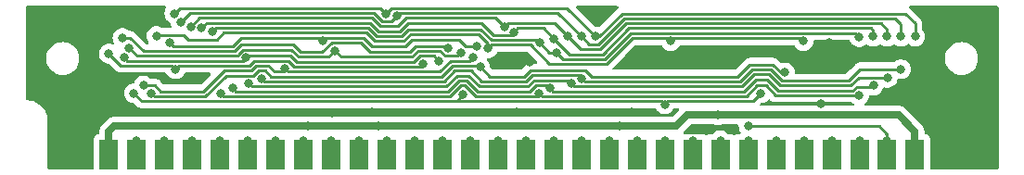
<source format=gbr>
%TF.GenerationSoftware,KiCad,Pcbnew,8.0.6*%
%TF.CreationDate,2024-11-18T20:07:02+11:00*%
%TF.ProjectId,simms,73696d6d-732e-46b6-9963-61645f706362,rev?*%
%TF.SameCoordinates,Original*%
%TF.FileFunction,Copper,L2,Bot*%
%TF.FilePolarity,Positive*%
%FSLAX46Y46*%
G04 Gerber Fmt 4.6, Leading zero omitted, Abs format (unit mm)*
G04 Created by KiCad (PCBNEW 8.0.6) date 2024-11-18 20:07:02*
%MOMM*%
%LPD*%
G01*
G04 APERTURE LIST*
%TA.AperFunction,SMDPad,CuDef*%
%ADD10R,1.750000X2.750000*%
%TD*%
%TA.AperFunction,ViaPad*%
%ADD11C,0.800000*%
%TD*%
%TA.AperFunction,Conductor*%
%ADD12C,0.700000*%
%TD*%
%TA.AperFunction,Conductor*%
%ADD13C,0.250000*%
%TD*%
G04 APERTURE END LIST*
D10*
%TO.P,J1,1,Pin_1*%
%TO.N,VCC*%
X97596000Y-89800000D03*
%TO.P,J1,2,Pin_2*%
%TO.N,/~{CAS}*%
X100133931Y-89800000D03*
%TO.P,J1,3,Pin_3*%
%TO.N,/DQ0*%
X102671862Y-89800000D03*
%TO.P,J1,4,Pin_4*%
%TO.N,/A0*%
X105209793Y-89800000D03*
%TO.P,J1,5,Pin_5*%
%TO.N,/A1*%
X107747724Y-89800000D03*
%TO.P,J1,6,Pin_6*%
%TO.N,/DQ1*%
X110285655Y-89800000D03*
%TO.P,J1,7,Pin_7*%
%TO.N,/A2*%
X112823586Y-89800000D03*
%TO.P,J1,8,Pin_8*%
%TO.N,/A3*%
X115361517Y-89800000D03*
%TO.P,J1,9,Pin_9*%
%TO.N,GND*%
X117899448Y-89800000D03*
%TO.P,J1,10,Pin_10*%
%TO.N,/DQ2*%
X120437379Y-89800000D03*
%TO.P,J1,11,Pin_11*%
%TO.N,/A4*%
X122975310Y-89800000D03*
%TO.P,J1,12,Pin_12*%
%TO.N,/A5*%
X125513241Y-89800000D03*
%TO.P,J1,13,Pin_13*%
%TO.N,/DQ3*%
X128051172Y-89800000D03*
%TO.P,J1,14,Pin_14*%
%TO.N,/A6*%
X130589103Y-89800000D03*
%TO.P,J1,15,Pin_15*%
%TO.N,/A7*%
X133127034Y-89800000D03*
%TO.P,J1,16,Pin_16*%
%TO.N,/DQ4*%
X135664965Y-89800000D03*
%TO.P,J1,17,Pin_17*%
%TO.N,/A8*%
X138202896Y-89800000D03*
%TO.P,J1,18,Pin_18*%
%TO.N,/CA9*%
X140740827Y-89800000D03*
%TO.P,J1,19,Pin_19*%
%TO.N,/A10*%
X143278758Y-89800000D03*
%TO.P,J1,20,Pin_20*%
%TO.N,/DQ5*%
X145816689Y-89800000D03*
%TO.P,J1,21,Pin_21*%
%TO.N,/~{WE}*%
X148354620Y-89800000D03*
%TO.P,J1,22,Pin_22*%
%TO.N,GND*%
X150892551Y-89800000D03*
%TO.P,J1,23,Pin_23*%
%TO.N,/DQ6*%
X153430482Y-89800000D03*
%TO.P,J1,24,Pin_24*%
%TO.N,/A11*%
X155968413Y-89800000D03*
%TO.P,J1,25,Pin_25*%
%TO.N,/DQ7*%
X158506344Y-89800000D03*
%TO.P,J1,26,Pin_26*%
%TO.N,/QP*%
X161044275Y-89800000D03*
%TO.P,J1,27,Pin_27*%
%TO.N,/~{RAS}*%
X163582206Y-89800000D03*
%TO.P,J1,28,Pin_28*%
%TO.N,/~{CASP}*%
X166120137Y-89800000D03*
%TO.P,J1,29,Pin_29*%
%TO.N,/DP*%
X168658068Y-89800000D03*
%TO.P,J1,30,Pin_30*%
%TO.N,VCC*%
X171196000Y-89800000D03*
%TD*%
D11*
%TO.N,VCC*%
X122200000Y-87200000D03*
X115800000Y-87200000D03*
X171196000Y-88500000D03*
X97596000Y-88500000D03*
X153200000Y-86200000D03*
X144200000Y-87200000D03*
%TO.N,GND*%
X151350000Y-87450000D03*
X150892551Y-88500000D03*
X162600000Y-85122500D03*
X97000000Y-79300000D03*
X117899448Y-88500000D03*
X145300000Y-85900000D03*
X94100000Y-89500000D03*
X155900000Y-80400000D03*
X134800000Y-85900000D03*
X163400000Y-79600000D03*
X118000000Y-86000000D03*
X121600000Y-85928602D03*
X143000000Y-77000000D03*
X171400000Y-83500000D03*
X136000000Y-81300000D03*
X161800000Y-81600000D03*
X166700000Y-80600000D03*
%TO.N,/~{CAS}*%
X100133931Y-88500000D03*
X130869697Y-80886831D03*
X100781000Y-83500000D03*
X113700000Y-81948500D03*
%TO.N,/DQ0*%
X103700000Y-82000000D03*
X102671862Y-88500000D03*
X126306173Y-81498500D03*
X97600000Y-80575500D03*
%TO.N,/A0*%
X107800000Y-84198000D03*
X166100000Y-84398000D03*
X105209793Y-88500000D03*
X136900000Y-84198000D03*
%TO.N,/A1*%
X108946500Y-83748500D03*
X137900000Y-83747500D03*
X167400000Y-83498000D03*
X107747724Y-88500000D03*
%TO.N,/DQ1*%
X99007549Y-80948503D03*
X110143449Y-80948356D03*
X110285655Y-88500000D03*
X127755673Y-81262576D03*
%TO.N,/A2*%
X168700000Y-82798000D03*
X139787936Y-83274500D03*
X112823586Y-88500000D03*
X110395500Y-83298500D03*
%TO.N,/A3*%
X111566000Y-82848500D03*
X115361517Y-88500000D03*
X140789206Y-82825388D03*
X169900000Y-81998000D03*
%TO.N,/DQ2*%
X118224952Y-80299452D03*
X129713631Y-80498500D03*
X99477798Y-80066533D03*
X120437379Y-88500000D03*
%TO.N,/A4*%
X122975310Y-88500000D03*
X142000000Y-79000000D03*
X103600000Y-76900000D03*
X171200000Y-79000000D03*
X122900000Y-76900000D03*
%TO.N,/A5*%
X169900000Y-79000000D03*
X123893389Y-77124500D03*
X140746000Y-79000000D03*
X104154424Y-77731637D03*
X125513241Y-88500000D03*
%TO.N,/DQ3*%
X128051172Y-88500000D03*
X128591500Y-80048500D03*
X98861241Y-79126009D03*
%TO.N,/A6*%
X133700000Y-78149500D03*
X105080679Y-78107214D03*
X139476000Y-79000000D03*
X168656000Y-79000000D03*
X130589103Y-88500000D03*
%TO.N,/A7*%
X134600000Y-78600500D03*
X106075491Y-78203936D03*
X133127034Y-88500000D03*
X138206000Y-79200000D03*
X167386000Y-79000000D03*
%TO.N,/DQ4*%
X135664965Y-88500000D03*
%TO.N,/A8*%
X107033092Y-78575500D03*
X166100000Y-79074500D03*
X138440701Y-80459299D03*
X136936000Y-79600000D03*
X138202896Y-88500000D03*
%TO.N,/A9*%
X148900000Y-79424500D03*
X101962572Y-78957819D03*
X132227034Y-80066943D03*
X161000000Y-79424500D03*
%TO.N,/A10*%
X143278758Y-88500000D03*
%TO.N,/DQ5*%
X145816689Y-88500000D03*
%TO.N,/~{WE}*%
X99900000Y-84198000D03*
X148354620Y-85197500D03*
X157126500Y-84198000D03*
X129912638Y-84346635D03*
X148354620Y-88500000D03*
%TO.N,/DQ6*%
X153430482Y-88500000D03*
%TO.N,/A11*%
X155968413Y-88500000D03*
%TO.N,/DQ7*%
X158506344Y-88500000D03*
%TO.N,/QP*%
X161044275Y-88500000D03*
%TO.N,/~{RAS}*%
X163582206Y-88500000D03*
X101505500Y-84198500D03*
X159326669Y-82296831D03*
X131502534Y-81800000D03*
%TO.N,/~{CASP}*%
X166120137Y-88500000D03*
%TO.N,/DP*%
X168658068Y-88500000D03*
X156000000Y-87198000D03*
%TO.N,/~{OE}*%
X131199031Y-79943145D03*
X103200000Y-79598503D03*
X117100000Y-79374500D03*
%TO.N,/CA9*%
X140740827Y-88500000D03*
%TD*%
D12*
%TO.N,VCC*%
X153200000Y-86200000D02*
X169700000Y-86200000D01*
X169700000Y-86200000D02*
X171196000Y-87696000D01*
X171196000Y-87696000D02*
X171196000Y-88500000D01*
X98100000Y-87200000D02*
X97596000Y-87704000D01*
X149400000Y-87200000D02*
X150400000Y-86200000D01*
X115800000Y-87200000D02*
X98100000Y-87200000D01*
X115800000Y-87200000D02*
X124000000Y-87200000D01*
X150400000Y-86200000D02*
X153200000Y-86200000D01*
X97596000Y-87704000D02*
X97596000Y-88500000D01*
X124000000Y-87200000D02*
X149400000Y-87200000D01*
D13*
%TO.N,/~{CAS}*%
X114300000Y-82223000D02*
X127828988Y-82223000D01*
X101805805Y-83473500D02*
X102355305Y-84023000D01*
X108140104Y-82123500D02*
X110629299Y-82123500D01*
X110629299Y-82123500D02*
X111079299Y-81673500D01*
X130533528Y-81223000D02*
X130000000Y-81223000D01*
X128828988Y-81223000D02*
X130000000Y-81223000D01*
X112700000Y-82223000D02*
X113000000Y-82223000D01*
X102355305Y-84023000D02*
X106240604Y-84023000D01*
X114300000Y-82223000D02*
X113974500Y-82223000D01*
X130869697Y-80886831D02*
X130533528Y-81223000D01*
X111079299Y-81673500D02*
X112150500Y-81673500D01*
X106240604Y-84023000D02*
X108140104Y-82123500D01*
X113425500Y-82223000D02*
X113700000Y-81948500D01*
X100807500Y-83473500D02*
X101805805Y-83473500D01*
X113974500Y-82223000D02*
X113700000Y-81948500D01*
X100781000Y-83500000D02*
X100807500Y-83473500D01*
X112150500Y-81673500D02*
X112700000Y-82223000D01*
X130000000Y-81223000D02*
X130623000Y-81223000D01*
X113000000Y-82223000D02*
X113425500Y-82223000D01*
X127828988Y-82223000D02*
X128828988Y-81223000D01*
%TO.N,/DQ0*%
X110892903Y-81223500D02*
X114000305Y-81223500D01*
X110443400Y-81673003D02*
X110892903Y-81223500D01*
X104026997Y-81673003D02*
X110443400Y-81673003D01*
X103700000Y-82000000D02*
X103373003Y-81673003D01*
X103373003Y-81673003D02*
X98697503Y-81673003D01*
X103700000Y-82000000D02*
X104026997Y-81673003D01*
X98697503Y-81673003D02*
X97600000Y-80575500D01*
X114549805Y-81773000D02*
X126031673Y-81773000D01*
X114000305Y-81223500D02*
X114549805Y-81773000D01*
X126031673Y-81773000D02*
X126306173Y-81498500D01*
%TO.N,/A0*%
X136625000Y-84473000D02*
X136900000Y-84198000D01*
X137175000Y-84473000D02*
X155799792Y-84473000D01*
X107800000Y-84198000D02*
X108075000Y-84473000D01*
X108075000Y-84473000D02*
X128760968Y-84473000D01*
X128760968Y-84473000D02*
X129760968Y-83473000D01*
X158494052Y-84398000D02*
X166100000Y-84398000D01*
X129760968Y-83473000D02*
X130095007Y-83473000D01*
X157569052Y-83473000D02*
X158494052Y-84398000D01*
X136900000Y-84198000D02*
X137175000Y-84473000D01*
X156799792Y-83473000D02*
X157569052Y-83473000D01*
X155799792Y-84473000D02*
X156799792Y-83473000D01*
X130095007Y-83473000D02*
X131095007Y-84473000D01*
X131095007Y-84473000D02*
X136625000Y-84473000D01*
%TO.N,/A1*%
X165872695Y-83600000D02*
X167298000Y-83600000D01*
X156711896Y-82924500D02*
X157656948Y-82924500D01*
X167298000Y-83600000D02*
X167400000Y-83498000D01*
X130281403Y-83023000D02*
X129574572Y-83023000D01*
X131281403Y-84023000D02*
X130281403Y-83023000D01*
X137625500Y-83473000D02*
X136599695Y-83473000D01*
X136599695Y-83473000D02*
X136049695Y-84023000D01*
X109221000Y-84023000D02*
X108946500Y-83748500D01*
X165524695Y-83948000D02*
X165872695Y-83600000D01*
X137900000Y-83747500D02*
X138175500Y-84023000D01*
X128574572Y-84023000D02*
X109221000Y-84023000D01*
X155613396Y-84023000D02*
X156711896Y-82924500D01*
X138175500Y-84023000D02*
X155613396Y-84023000D01*
X157656948Y-82924500D02*
X158680448Y-83948000D01*
X136049695Y-84023000D02*
X131281403Y-84023000D01*
X158680448Y-83948000D02*
X165524695Y-83948000D01*
X137900000Y-83747500D02*
X137625500Y-83473000D01*
X129574572Y-83023000D02*
X128574572Y-84023000D01*
%TO.N,/DQ1*%
X125456368Y-81323000D02*
X114736201Y-81323000D01*
X109868802Y-81223003D02*
X110143449Y-80948356D01*
X99007549Y-80948503D02*
X99282049Y-81223003D01*
X110318305Y-80773500D02*
X110143449Y-80948356D01*
X99282049Y-81223003D02*
X109868802Y-81223003D01*
X127755673Y-81262576D02*
X127266597Y-80773500D01*
X126005868Y-80773500D02*
X125456368Y-81323000D01*
X114186701Y-80773500D02*
X110318305Y-80773500D01*
X127266597Y-80773500D02*
X126005868Y-80773500D01*
X114736201Y-81323000D02*
X114186701Y-80773500D01*
%TO.N,/A2*%
X155427000Y-83573000D02*
X156525500Y-82474500D01*
X156525500Y-82474500D02*
X157843344Y-82474500D01*
X139787936Y-83274500D02*
X140086436Y-83573000D01*
X168675000Y-82773000D02*
X168700000Y-82798000D01*
X139787936Y-83274500D02*
X139536436Y-83023000D01*
X166063299Y-82773000D02*
X168675000Y-82773000D01*
X128388176Y-83573000D02*
X110670000Y-83573000D01*
X129388176Y-82573000D02*
X128388176Y-83573000D01*
X130467799Y-82573000D02*
X129388176Y-82573000D01*
X158866844Y-83498000D02*
X165338299Y-83498000D01*
X140086436Y-83573000D02*
X155427000Y-83573000D01*
X135863299Y-83573000D02*
X131467799Y-83573000D01*
X131467799Y-83573000D02*
X130467799Y-82573000D01*
X139536436Y-83023000D02*
X136413299Y-83023000D01*
X110670000Y-83573000D02*
X110395500Y-83298500D01*
X165338299Y-83498000D02*
X166063299Y-82773000D01*
X136413299Y-83023000D02*
X135863299Y-83573000D01*
X157843344Y-82474500D02*
X158866844Y-83498000D01*
%TO.N,/A3*%
X141086818Y-83123000D02*
X155240604Y-83123000D01*
X155240604Y-83123000D02*
X156339104Y-82024500D01*
X165151903Y-83048000D02*
X166201903Y-81998000D01*
X135676903Y-83123000D02*
X131654195Y-83123000D01*
X156339104Y-82024500D02*
X158029740Y-82024500D01*
X136249903Y-82550000D02*
X135676903Y-83123000D01*
X159053240Y-83048000D02*
X165151903Y-83048000D01*
X128201780Y-83123000D02*
X111840500Y-83123000D01*
X140789206Y-82825388D02*
X140513818Y-82550000D01*
X131654195Y-83123000D02*
X130654195Y-82123000D01*
X111840500Y-83123000D02*
X111566000Y-82848500D01*
X140513818Y-82550000D02*
X136249903Y-82550000D01*
X140789206Y-82825388D02*
X141086818Y-83123000D01*
X166201903Y-81998000D02*
X169900000Y-81998000D01*
X158029740Y-82024500D02*
X159053240Y-83048000D01*
X129201780Y-82123000D02*
X128201780Y-83123000D01*
X130654195Y-82123000D02*
X129201780Y-82123000D01*
%TO.N,/DQ2*%
X125819472Y-80323500D02*
X127841902Y-80323500D01*
X128291402Y-80773000D02*
X129439131Y-80773000D01*
X109418449Y-80773003D02*
X100184268Y-80773003D01*
X118224952Y-80299452D02*
X118798500Y-80873000D01*
X109418449Y-80648051D02*
X109418449Y-80773003D01*
X114922597Y-80873000D02*
X114272953Y-80223356D01*
X118224952Y-80299452D02*
X117651404Y-80873000D01*
X127841902Y-80323500D02*
X128291402Y-80773000D01*
X118798500Y-80873000D02*
X125269972Y-80873000D01*
X129439131Y-80773000D02*
X129713631Y-80498500D01*
X100184268Y-80773003D02*
X99477798Y-80066533D01*
X109843144Y-80223356D02*
X109418449Y-80648051D01*
X114272953Y-80223356D02*
X109843144Y-80223356D01*
X117651404Y-80873000D02*
X114922597Y-80873000D01*
X125269972Y-80873000D02*
X125819472Y-80323500D01*
%TO.N,/A4*%
X171200000Y-79000000D02*
X171200000Y-77800000D01*
X122900000Y-76900000D02*
X123400000Y-76400000D01*
X139400000Y-76400000D02*
X142000000Y-79000000D01*
X142388909Y-79000000D02*
X142000000Y-79000000D01*
X122900000Y-76900000D02*
X122400000Y-76400000D01*
X170300000Y-76900000D02*
X144488909Y-76900000D01*
X171200000Y-77800000D02*
X170300000Y-76900000D01*
X104100000Y-76400000D02*
X103600000Y-76900000D01*
X123400000Y-76400000D02*
X139400000Y-76400000D01*
X122400000Y-76400000D02*
X104100000Y-76400000D01*
X144488909Y-76900000D02*
X142388909Y-79000000D01*
%TO.N,/A5*%
X144675305Y-77350000D02*
X169350000Y-77350000D01*
X141471000Y-79725000D02*
X142300305Y-79725000D01*
X105036061Y-76850000D02*
X104154424Y-77731637D01*
X169350000Y-77350000D02*
X169900000Y-77900000D01*
X123392889Y-77625000D02*
X122599695Y-77625000D01*
X123893389Y-77124500D02*
X123392889Y-77625000D01*
X123893389Y-77124500D02*
X124167889Y-76850000D01*
X142300305Y-79725000D02*
X144675305Y-77350000D01*
X122599695Y-77625000D02*
X121824695Y-76850000D01*
X124167889Y-76850000D02*
X138596000Y-76850000D01*
X121824695Y-76850000D02*
X105036061Y-76850000D01*
X169900000Y-77900000D02*
X169900000Y-79000000D01*
X138596000Y-76850000D02*
X140746000Y-79000000D01*
X140746000Y-79000000D02*
X141471000Y-79725000D01*
%TO.N,/DQ3*%
X125083576Y-80423000D02*
X121498306Y-80423000D01*
X125633076Y-79873500D02*
X125083576Y-80423000D01*
X99562579Y-79126009D02*
X98861241Y-79126009D01*
X117076805Y-80423000D02*
X115108993Y-80423000D01*
X114459349Y-79773356D02*
X109656748Y-79773356D01*
X109656748Y-79773356D02*
X109107101Y-80323003D01*
X121498306Y-80423000D02*
X120625306Y-79550000D01*
X109107101Y-80323003D02*
X100759573Y-80323003D01*
X117949806Y-79550000D02*
X117076805Y-80423000D01*
X115108993Y-80423000D02*
X114459349Y-79773356D01*
X128416500Y-79873500D02*
X125633076Y-79873500D01*
X100759573Y-80323003D02*
X99562579Y-79126009D01*
X128591500Y-80048500D02*
X128416500Y-79873500D01*
X120625306Y-79550000D02*
X117949806Y-79550000D01*
%TO.N,/A6*%
X124743194Y-77300000D02*
X123968193Y-78075000D01*
X168656000Y-78356000D02*
X168100000Y-77800000D01*
X123968193Y-78075000D02*
X122413299Y-78075000D01*
X138276000Y-77800000D02*
X139476000Y-79000000D01*
X144861701Y-77800000D02*
X142486701Y-80175000D01*
X133700000Y-78149500D02*
X134049500Y-77800000D01*
X140651000Y-80175000D02*
X139476000Y-79000000D01*
X122413299Y-78075000D02*
X121638299Y-77300000D01*
X133700000Y-78149500D02*
X132850500Y-77300000D01*
X134049500Y-77800000D02*
X138276000Y-77800000D01*
X132850500Y-77300000D02*
X124743194Y-77300000D01*
X168656000Y-79000000D02*
X168656000Y-78356000D01*
X121638299Y-77300000D02*
X105887893Y-77300000D01*
X142486701Y-80175000D02*
X140651000Y-80175000D01*
X105887893Y-77300000D02*
X105080679Y-78107214D01*
X168100000Y-77800000D02*
X144861701Y-77800000D01*
%TO.N,/A7*%
X106529427Y-77750000D02*
X121451903Y-77750000D01*
X139631000Y-80625000D02*
X138206000Y-79200000D01*
X134950500Y-78250000D02*
X137256000Y-78250000D01*
X167386000Y-79000000D02*
X167386000Y-78486000D01*
X134600000Y-78600500D02*
X134950500Y-78250000D01*
X142673097Y-80625000D02*
X139631000Y-80625000D01*
X122226903Y-78525000D02*
X124154590Y-78525000D01*
X124929590Y-77750000D02*
X131575195Y-77750000D01*
X167386000Y-78486000D02*
X167150000Y-78250000D01*
X134326000Y-78874500D02*
X134600000Y-78600500D01*
X106075491Y-78203936D02*
X106529427Y-77750000D01*
X121451903Y-77750000D02*
X122226903Y-78525000D01*
X132699695Y-78874500D02*
X134326000Y-78874500D01*
X167150000Y-78250000D02*
X145048097Y-78250000D01*
X131575195Y-77750000D02*
X132699695Y-78874500D01*
X124154590Y-78525000D02*
X124929590Y-77750000D01*
X137256000Y-78250000D02*
X138206000Y-79200000D01*
X145048097Y-78250000D02*
X142673097Y-80625000D01*
%TO.N,/A8*%
X122040507Y-78975000D02*
X124340986Y-78975000D01*
X137795299Y-80459299D02*
X136936000Y-79600000D01*
X138440701Y-80459299D02*
X139056402Y-81075000D01*
X131546791Y-78357993D02*
X132513798Y-79325000D01*
X142859493Y-81075000D02*
X145234493Y-78700000D01*
X165725500Y-78700000D02*
X166100000Y-79074500D01*
X124957993Y-78357993D02*
X131546791Y-78357993D01*
X124340986Y-78975000D02*
X124957993Y-78357993D01*
X138440701Y-80459299D02*
X137795299Y-80459299D01*
X132513798Y-79325000D02*
X136661000Y-79325000D01*
X145234493Y-78700000D02*
X165725500Y-78700000D01*
X107033092Y-78575500D02*
X107408592Y-78200000D01*
X107408592Y-78200000D02*
X121265507Y-78200000D01*
X136661000Y-79325000D02*
X136936000Y-79600000D01*
X121265507Y-78200000D02*
X122040507Y-78975000D01*
X139056402Y-81075000D02*
X142859493Y-81075000D01*
%TO.N,/A9*%
X131360395Y-78807993D02*
X125144389Y-78807993D01*
X124527382Y-79425000D02*
X121854111Y-79425000D01*
X125144389Y-78807993D02*
X124527382Y-79425000D01*
X143045888Y-81525000D02*
X144235444Y-80335444D01*
X102070391Y-78850000D02*
X101962572Y-78957819D01*
X137835695Y-81525000D02*
X141200000Y-81525000D01*
X132227034Y-80066943D02*
X132518977Y-79775000D01*
X148900000Y-79424500D02*
X149174500Y-79150000D01*
X132518977Y-79775000D02*
X136085696Y-79775000D01*
X104422389Y-78850000D02*
X102070391Y-78850000D01*
X148625500Y-79150000D02*
X148900000Y-79424500D01*
X104872889Y-79300500D02*
X104422389Y-78850000D01*
X132227034Y-80066943D02*
X132227034Y-79674632D01*
X144235444Y-80335444D02*
X145420889Y-79150000D01*
X121854111Y-79425000D02*
X121079111Y-78650000D01*
X108100000Y-78650000D02*
X107449500Y-79300500D01*
X132227034Y-79674632D02*
X131360395Y-78807993D01*
X141200000Y-81525000D02*
X143045888Y-81525000D01*
X149174500Y-79150000D02*
X160725500Y-79150000D01*
X148625500Y-79150000D02*
X145420889Y-79150000D01*
X107449500Y-79300500D02*
X104872889Y-79300500D01*
X160725500Y-79150000D02*
X161000000Y-79424500D01*
X136085696Y-79775000D02*
X137835695Y-81525000D01*
X121079111Y-78650000D02*
X108100000Y-78650000D01*
%TO.N,/~{WE}*%
X99900000Y-84198000D02*
X100625000Y-84923000D01*
X100625000Y-84923000D02*
X129400000Y-84923000D01*
X156401500Y-84923000D02*
X149400000Y-84923000D01*
X148354620Y-84968380D02*
X148400000Y-84923000D01*
X147600000Y-84923000D02*
X148080120Y-84923000D01*
X129912638Y-84346635D02*
X129400000Y-84859273D01*
X148629120Y-84923000D02*
X148354620Y-85197500D01*
X148080120Y-84923000D02*
X148354620Y-85197500D01*
X129400000Y-84859273D02*
X129400000Y-84923000D01*
X149400000Y-84923000D02*
X148629120Y-84923000D01*
X157126500Y-84198000D02*
X156401500Y-84923000D01*
X129400000Y-84923000D02*
X147600000Y-84923000D01*
%TO.N,/~{RAS}*%
X132375534Y-82673000D02*
X135490507Y-82673000D01*
X141100000Y-82100000D02*
X141673000Y-82673000D01*
X128015384Y-82673000D02*
X112415806Y-82673000D01*
X131375534Y-81673000D02*
X129015384Y-81673000D01*
X131502534Y-81800000D02*
X131375534Y-81673000D01*
X131502534Y-81800000D02*
X132375534Y-82673000D01*
X135490507Y-82673000D02*
X136063507Y-82100000D01*
X158216136Y-81574500D02*
X158938467Y-82296831D01*
X156125500Y-81574500D02*
X158216136Y-81574500D01*
X129015384Y-81673000D02*
X128015384Y-82673000D01*
X106427000Y-84473000D02*
X101780000Y-84473000D01*
X101780000Y-84473000D02*
X101505500Y-84198500D01*
X111265695Y-82123500D02*
X110815695Y-82573500D01*
X112415806Y-82673000D02*
X111866305Y-82123500D01*
X111866305Y-82123500D02*
X111265695Y-82123500D01*
X155027000Y-82673000D02*
X156125500Y-81574500D01*
X141673000Y-82673000D02*
X155027000Y-82673000D01*
X108326500Y-82573500D02*
X106427000Y-84473000D01*
X136063507Y-82100000D02*
X141100000Y-82100000D01*
X110815695Y-82573500D02*
X108326500Y-82573500D01*
X158938467Y-82296831D02*
X159326669Y-82296831D01*
%TO.N,/DP*%
X167900000Y-87198000D02*
X156000000Y-87198000D01*
X168658068Y-87956068D02*
X167900000Y-87198000D01*
X168658068Y-88500000D02*
X168658068Y-87956068D01*
%TO.N,/~{OE}*%
X121667715Y-79875000D02*
X120892715Y-79100000D01*
X130183581Y-79943145D02*
X129563936Y-79323500D01*
X124713778Y-79875000D02*
X121667715Y-79875000D01*
X108920705Y-79873003D02*
X109693708Y-79100000D01*
X109693708Y-79100000D02*
X116200000Y-79100000D01*
X116200000Y-79100000D02*
X116825500Y-79100000D01*
X129563936Y-79323500D02*
X125265278Y-79323500D01*
X103200000Y-79598503D02*
X103474500Y-79873003D01*
X116825500Y-79100000D02*
X117100000Y-79374500D01*
X117374500Y-79100000D02*
X117100000Y-79374500D01*
X120892715Y-79100000D02*
X117374500Y-79100000D01*
X125265278Y-79323500D02*
X124713778Y-79875000D01*
X131199031Y-79943145D02*
X130183581Y-79943145D01*
X103474500Y-79873003D02*
X108920705Y-79873003D01*
%TD*%
%TA.AperFunction,Conductor*%
%TO.N,GND*%
G36*
X102816602Y-76219685D02*
G01*
X102862357Y-76272489D01*
X102872301Y-76341647D01*
X102856950Y-76386000D01*
X102772821Y-76531715D01*
X102772818Y-76531722D01*
X102714327Y-76711740D01*
X102714326Y-76711744D01*
X102694540Y-76900000D01*
X102714326Y-77088256D01*
X102714327Y-77088259D01*
X102772818Y-77268277D01*
X102772821Y-77268284D01*
X102867467Y-77432216D01*
X102931846Y-77503716D01*
X102994129Y-77572888D01*
X103147265Y-77684148D01*
X103147267Y-77684149D01*
X103147270Y-77684151D01*
X103183319Y-77700201D01*
X103236555Y-77745452D01*
X103256203Y-77800518D01*
X103261503Y-77850949D01*
X103268750Y-77919893D01*
X103268751Y-77919896D01*
X103314983Y-78062182D01*
X103316978Y-78132023D01*
X103280898Y-78191856D01*
X103218197Y-78222684D01*
X103197052Y-78224500D01*
X102525557Y-78224500D01*
X102458518Y-78204815D01*
X102452672Y-78200818D01*
X102415306Y-78173670D01*
X102415301Y-78173667D01*
X102242379Y-78096676D01*
X102242374Y-78096674D01*
X102096573Y-78065684D01*
X102057218Y-78057319D01*
X101867926Y-78057319D01*
X101845047Y-78062182D01*
X101682769Y-78096674D01*
X101682764Y-78096676D01*
X101509842Y-78173667D01*
X101509837Y-78173670D01*
X101356701Y-78284930D01*
X101230038Y-78425604D01*
X101135393Y-78589534D01*
X101135390Y-78589541D01*
X101080744Y-78757725D01*
X101076898Y-78769563D01*
X101057112Y-78957819D01*
X101076898Y-79146075D01*
X101076899Y-79146078D01*
X101135390Y-79326096D01*
X101135393Y-79326103D01*
X101230036Y-79490031D01*
X101230037Y-79490033D01*
X101230039Y-79490035D01*
X101230484Y-79490529D01*
X101230651Y-79490878D01*
X101233857Y-79495290D01*
X101233050Y-79495876D01*
X101260715Y-79553518D01*
X101252092Y-79622854D01*
X101207353Y-79676521D01*
X101140701Y-79697480D01*
X101138336Y-79697503D01*
X101070025Y-79697503D01*
X101002986Y-79677818D01*
X100982344Y-79661184D01*
X100052777Y-78731617D01*
X100052757Y-78731595D01*
X99961315Y-78640153D01*
X99961311Y-78640150D01*
X99899326Y-78598733D01*
X99858865Y-78571697D01*
X99858866Y-78571697D01*
X99858864Y-78571696D01*
X99818618Y-78555026D01*
X99778371Y-78538356D01*
X99745031Y-78524546D01*
X99651525Y-78505947D01*
X99624186Y-78500509D01*
X99564989Y-78500509D01*
X99497950Y-78480824D01*
X99472841Y-78459483D01*
X99467114Y-78453123D01*
X99467110Y-78453119D01*
X99313975Y-78341860D01*
X99313970Y-78341857D01*
X99141048Y-78264866D01*
X99141043Y-78264864D01*
X98995242Y-78233874D01*
X98955887Y-78225509D01*
X98766595Y-78225509D01*
X98734138Y-78232407D01*
X98581438Y-78264864D01*
X98581433Y-78264866D01*
X98408511Y-78341857D01*
X98408506Y-78341860D01*
X98255370Y-78453120D01*
X98128707Y-78593794D01*
X98034062Y-78757724D01*
X98034059Y-78757731D01*
X97975568Y-78937749D01*
X97975567Y-78937753D01*
X97955781Y-79126009D01*
X97975567Y-79314265D01*
X97975568Y-79314268D01*
X98034059Y-79494286D01*
X98034061Y-79494290D01*
X98034062Y-79494293D01*
X98050591Y-79522922D01*
X98067631Y-79552436D01*
X98084103Y-79620336D01*
X98061250Y-79686363D01*
X98006328Y-79729553D01*
X97936775Y-79736194D01*
X97909808Y-79727715D01*
X97879802Y-79714355D01*
X97734001Y-79683365D01*
X97694646Y-79675000D01*
X97505354Y-79675000D01*
X97472897Y-79681898D01*
X97320197Y-79714355D01*
X97320192Y-79714357D01*
X97147270Y-79791348D01*
X97147265Y-79791351D01*
X96994129Y-79902611D01*
X96867466Y-80043285D01*
X96772821Y-80207215D01*
X96772818Y-80207222D01*
X96734550Y-80325000D01*
X96714326Y-80387244D01*
X96694540Y-80575500D01*
X96714326Y-80763756D01*
X96714327Y-80763759D01*
X96772818Y-80943777D01*
X96772821Y-80943784D01*
X96867467Y-81107716D01*
X96963029Y-81213848D01*
X96994129Y-81248388D01*
X97147265Y-81359648D01*
X97147270Y-81359651D01*
X97320192Y-81436642D01*
X97320197Y-81436644D01*
X97505354Y-81476000D01*
X97564548Y-81476000D01*
X97631587Y-81495685D01*
X97652229Y-81512319D01*
X98298766Y-82158858D01*
X98298770Y-82158861D01*
X98401213Y-82227312D01*
X98401214Y-82227312D01*
X98401218Y-82227315D01*
X98448832Y-82247037D01*
X98515051Y-82274466D01*
X98526353Y-82276714D01*
X98581125Y-82287609D01*
X98635895Y-82298504D01*
X98635897Y-82298504D01*
X98765224Y-82298504D01*
X98765244Y-82298503D01*
X102761226Y-82298503D01*
X102828265Y-82318188D01*
X102867721Y-82363723D01*
X102869571Y-82362656D01*
X102967465Y-82532214D01*
X103094129Y-82672888D01*
X103247265Y-82784148D01*
X103247270Y-82784151D01*
X103420192Y-82861142D01*
X103420197Y-82861144D01*
X103605354Y-82900500D01*
X103605355Y-82900500D01*
X103794644Y-82900500D01*
X103794646Y-82900500D01*
X103979803Y-82861144D01*
X104152730Y-82784151D01*
X104305871Y-82672888D01*
X104432533Y-82532216D01*
X104458594Y-82487077D01*
X104530429Y-82362656D01*
X104532489Y-82363845D01*
X104570721Y-82318846D01*
X104637566Y-82298509D01*
X104638774Y-82298503D01*
X106781148Y-82298503D01*
X106848187Y-82318188D01*
X106893942Y-82370992D01*
X106903886Y-82440150D01*
X106874861Y-82503706D01*
X106868829Y-82510184D01*
X106017833Y-83361181D01*
X105956510Y-83394666D01*
X105930152Y-83397500D01*
X102665758Y-83397500D01*
X102598719Y-83377815D01*
X102578077Y-83361181D01*
X102298733Y-83081838D01*
X102298730Y-83081834D01*
X102298730Y-83081835D01*
X102291663Y-83074768D01*
X102291663Y-83074767D01*
X102204538Y-82987642D01*
X102204537Y-82987641D01*
X102204536Y-82987640D01*
X102146307Y-82948733D01*
X102102091Y-82919188D01*
X102021597Y-82885847D01*
X101988257Y-82872037D01*
X101988253Y-82872036D01*
X101988249Y-82872035D01*
X101925759Y-82859605D01*
X101925758Y-82859605D01*
X101867416Y-82848000D01*
X101867412Y-82848000D01*
X101867411Y-82848000D01*
X101455911Y-82848000D01*
X101388872Y-82828315D01*
X101383026Y-82824318D01*
X101233734Y-82715851D01*
X101233729Y-82715848D01*
X101060807Y-82638857D01*
X101060802Y-82638855D01*
X100915001Y-82607865D01*
X100875646Y-82599500D01*
X100686354Y-82599500D01*
X100653897Y-82606398D01*
X100501197Y-82638855D01*
X100501192Y-82638857D01*
X100328270Y-82715848D01*
X100328265Y-82715851D01*
X100175129Y-82827111D01*
X100048466Y-82967785D01*
X99953821Y-83131715D01*
X99953818Y-83131721D01*
X99927794Y-83211818D01*
X99888357Y-83269494D01*
X99823998Y-83296692D01*
X99809863Y-83297500D01*
X99805354Y-83297500D01*
X99772897Y-83304398D01*
X99620197Y-83336855D01*
X99620192Y-83336857D01*
X99447270Y-83413848D01*
X99447265Y-83413851D01*
X99294129Y-83525111D01*
X99167466Y-83665785D01*
X99072821Y-83829715D01*
X99072818Y-83829722D01*
X99014327Y-84009740D01*
X99014326Y-84009744D01*
X98994540Y-84198000D01*
X99014326Y-84386256D01*
X99014327Y-84386259D01*
X99072818Y-84566277D01*
X99072821Y-84566284D01*
X99167467Y-84730216D01*
X99246103Y-84817550D01*
X99294129Y-84870888D01*
X99447265Y-84982148D01*
X99447270Y-84982151D01*
X99620192Y-85059142D01*
X99620197Y-85059144D01*
X99805354Y-85098500D01*
X99864548Y-85098500D01*
X99931587Y-85118185D01*
X99952229Y-85134819D01*
X100136016Y-85318606D01*
X100136045Y-85318637D01*
X100226264Y-85408856D01*
X100226267Y-85408858D01*
X100303190Y-85460256D01*
X100328710Y-85477309D01*
X100328712Y-85477310D01*
X100328715Y-85477312D01*
X100395396Y-85504931D01*
X100395398Y-85504933D01*
X100435640Y-85521601D01*
X100442548Y-85524463D01*
X100502971Y-85536481D01*
X100563393Y-85548500D01*
X100563394Y-85548500D01*
X129338394Y-85548500D01*
X147445871Y-85548500D01*
X147512910Y-85568185D01*
X147553257Y-85610499D01*
X147622087Y-85729716D01*
X147735152Y-85855287D01*
X147748749Y-85870388D01*
X147901885Y-85981648D01*
X147901890Y-85981651D01*
X148074812Y-86058642D01*
X148074817Y-86058644D01*
X148259974Y-86098000D01*
X148259975Y-86098000D01*
X148449264Y-86098000D01*
X148449266Y-86098000D01*
X148634423Y-86058644D01*
X148807350Y-85981651D01*
X148960491Y-85870388D01*
X149087153Y-85729716D01*
X149155982Y-85610499D01*
X149206548Y-85562285D01*
X149263369Y-85548500D01*
X149338394Y-85548500D01*
X149549349Y-85548500D01*
X149616388Y-85568185D01*
X149662143Y-85620989D01*
X149672087Y-85690147D01*
X149643062Y-85753703D01*
X149637030Y-85760181D01*
X149084030Y-86313181D01*
X149022707Y-86346666D01*
X148996349Y-86349500D01*
X144530067Y-86349500D01*
X144486209Y-86340178D01*
X144485986Y-86340865D01*
X144479801Y-86338855D01*
X144344624Y-86310123D01*
X144294646Y-86299500D01*
X144105354Y-86299500D01*
X144065999Y-86307865D01*
X143920198Y-86338855D01*
X143914014Y-86340865D01*
X143913790Y-86340178D01*
X143869933Y-86349500D01*
X122530067Y-86349500D01*
X122486209Y-86340178D01*
X122485986Y-86340865D01*
X122479801Y-86338855D01*
X122344624Y-86310123D01*
X122294646Y-86299500D01*
X122105354Y-86299500D01*
X122065999Y-86307865D01*
X121920198Y-86338855D01*
X121914014Y-86340865D01*
X121913790Y-86340178D01*
X121869933Y-86349500D01*
X116130067Y-86349500D01*
X116086209Y-86340178D01*
X116085986Y-86340865D01*
X116079801Y-86338855D01*
X115944624Y-86310123D01*
X115894646Y-86299500D01*
X115705354Y-86299500D01*
X115665999Y-86307865D01*
X115520198Y-86338855D01*
X115514014Y-86340865D01*
X115513790Y-86340178D01*
X115469933Y-86349500D01*
X98016228Y-86349500D01*
X97851925Y-86382182D01*
X97851913Y-86382185D01*
X97806583Y-86400962D01*
X97697143Y-86446292D01*
X97697130Y-86446299D01*
X97557838Y-86539372D01*
X97557834Y-86539375D01*
X96935375Y-87161834D01*
X96935372Y-87161838D01*
X96842299Y-87301130D01*
X96842292Y-87301143D01*
X96809443Y-87380451D01*
X96778185Y-87455913D01*
X96778182Y-87455925D01*
X96745500Y-87620228D01*
X96745500Y-87805336D01*
X96725815Y-87872375D01*
X96673011Y-87918130D01*
X96634754Y-87928626D01*
X96613516Y-87930909D01*
X96478671Y-87981202D01*
X96478664Y-87981206D01*
X96363455Y-88067452D01*
X96363452Y-88067455D01*
X96277206Y-88182664D01*
X96277202Y-88182671D01*
X96226908Y-88317517D01*
X96220501Y-88377116D01*
X96220501Y-88377123D01*
X96220500Y-88377135D01*
X96220501Y-91041000D01*
X96200816Y-91108039D01*
X96148013Y-91153794D01*
X96096501Y-91165000D01*
X92151034Y-91165000D01*
X92083995Y-91145315D01*
X92038240Y-91092511D01*
X92027034Y-91041000D01*
X92027034Y-86815014D01*
X92027034Y-86815000D01*
X92024452Y-86672141D01*
X91983791Y-86389331D01*
X91955261Y-86292166D01*
X91903299Y-86115194D01*
X91903297Y-86115190D01*
X91903296Y-86115186D01*
X91784605Y-85855287D01*
X91630136Y-85614925D01*
X91630135Y-85614924D01*
X91630134Y-85614922D01*
X91630131Y-85614918D01*
X91443033Y-85398993D01*
X91443030Y-85398990D01*
X91227110Y-85211891D01*
X91227098Y-85211882D01*
X90986751Y-85057416D01*
X90986749Y-85057415D01*
X90986743Y-85057411D01*
X90726846Y-84938716D01*
X90452702Y-84858216D01*
X90169893Y-84817550D01*
X90169891Y-84817549D01*
X90169887Y-84817549D01*
X90148817Y-84817173D01*
X90082141Y-84796293D01*
X90037337Y-84742680D01*
X90027034Y-84693193D01*
X90027034Y-80880919D01*
X91909596Y-80880919D01*
X91909596Y-81129081D01*
X91910894Y-81136857D01*
X91950442Y-81373862D01*
X92031018Y-81608572D01*
X92031023Y-81608582D01*
X92149128Y-81826822D01*
X92149134Y-81826831D01*
X92301551Y-82022656D01*
X92301554Y-82022660D01*
X92301556Y-82022662D01*
X92301557Y-82022663D01*
X92484136Y-82190739D01*
X92484138Y-82190740D01*
X92646524Y-82296833D01*
X92691889Y-82326471D01*
X92919150Y-82426157D01*
X93159719Y-82487077D01*
X93242157Y-82493908D01*
X93407028Y-82507571D01*
X93407034Y-82507571D01*
X93407040Y-82507571D01*
X93555423Y-82495274D01*
X93654349Y-82487077D01*
X93894918Y-82426157D01*
X94122179Y-82326471D01*
X94329932Y-82190739D01*
X94512511Y-82022663D01*
X94664936Y-81826828D01*
X94783048Y-81608576D01*
X94863626Y-81373859D01*
X94904472Y-81129081D01*
X94907034Y-81005000D01*
X94904472Y-80880919D01*
X94863626Y-80636141D01*
X94783048Y-80401424D01*
X94677951Y-80207222D01*
X94664939Y-80183177D01*
X94664933Y-80183168D01*
X94512516Y-79987343D01*
X94512513Y-79987339D01*
X94479245Y-79956714D01*
X94329932Y-79819261D01*
X94289406Y-79792784D01*
X94122180Y-79683529D01*
X93894918Y-79583843D01*
X93770894Y-79552436D01*
X93654349Y-79522923D01*
X93654348Y-79522922D01*
X93654345Y-79522922D01*
X93407040Y-79502430D01*
X93407028Y-79502430D01*
X93159722Y-79522922D01*
X92919149Y-79583843D01*
X92691887Y-79683529D01*
X92484138Y-79819259D01*
X92484134Y-79819262D01*
X92301554Y-79987339D01*
X92301551Y-79987343D01*
X92149134Y-80183168D01*
X92149128Y-80183177D01*
X92031023Y-80401417D01*
X92031018Y-80401427D01*
X91950442Y-80636137D01*
X91943859Y-80675589D01*
X91909596Y-80880919D01*
X90027034Y-80880919D01*
X90027034Y-76324000D01*
X90046719Y-76256961D01*
X90099523Y-76211206D01*
X90151034Y-76200000D01*
X102749563Y-76200000D01*
X102816602Y-76219685D01*
G37*
%TD.AperFunction*%
%TA.AperFunction,Conductor*%
G36*
X178770073Y-76219685D02*
G01*
X178815828Y-76272489D01*
X178827034Y-76324000D01*
X178827034Y-91041000D01*
X178807349Y-91108039D01*
X178754545Y-91153794D01*
X178703034Y-91165000D01*
X172695500Y-91165000D01*
X172628461Y-91145315D01*
X172582706Y-91092511D01*
X172571500Y-91041000D01*
X172571499Y-88377129D01*
X172571498Y-88377123D01*
X172571497Y-88377116D01*
X172565091Y-88317517D01*
X172514796Y-88182669D01*
X172514795Y-88182668D01*
X172514793Y-88182664D01*
X172428547Y-88067455D01*
X172428544Y-88067452D01*
X172313335Y-87981206D01*
X172313328Y-87981202D01*
X172178483Y-87930908D01*
X172157243Y-87928625D01*
X172092692Y-87901886D01*
X172052845Y-87844493D01*
X172046500Y-87805336D01*
X172046500Y-87612232D01*
X172046499Y-87612228D01*
X172035580Y-87557335D01*
X172013816Y-87447918D01*
X171949703Y-87293137D01*
X171879093Y-87187462D01*
X171856627Y-87153839D01*
X171803288Y-87100500D01*
X171738162Y-87035374D01*
X171374929Y-86672141D01*
X170242165Y-85539375D01*
X170242161Y-85539372D01*
X170102869Y-85446299D01*
X170102857Y-85446292D01*
X169956707Y-85385757D01*
X169956700Y-85385752D01*
X169956700Y-85385754D01*
X169948086Y-85382185D01*
X169948075Y-85382182D01*
X169783771Y-85349500D01*
X169783767Y-85349500D01*
X166704027Y-85349500D01*
X166636988Y-85329815D01*
X166591233Y-85277011D01*
X166581289Y-85207853D01*
X166610314Y-85144297D01*
X166631142Y-85125182D01*
X166658626Y-85105213D01*
X166705871Y-85070888D01*
X166832533Y-84930216D01*
X166927179Y-84766284D01*
X166985674Y-84586256D01*
X166997567Y-84473095D01*
X167024150Y-84408484D01*
X167081447Y-84368499D01*
X167146666Y-84364770D01*
X167305354Y-84398500D01*
X167305355Y-84398500D01*
X167494644Y-84398500D01*
X167494646Y-84398500D01*
X167679803Y-84359144D01*
X167852730Y-84282151D01*
X168005871Y-84170888D01*
X168132533Y-84030216D01*
X168227179Y-83866284D01*
X168268169Y-83740127D01*
X168307606Y-83682453D01*
X168371964Y-83655254D01*
X168413493Y-83659424D01*
X168413840Y-83657793D01*
X168509144Y-83678050D01*
X168605354Y-83698500D01*
X168605355Y-83698500D01*
X168794644Y-83698500D01*
X168794646Y-83698500D01*
X168979803Y-83659144D01*
X169152730Y-83582151D01*
X169305871Y-83470888D01*
X169432533Y-83330216D01*
X169527179Y-83166284D01*
X169585674Y-82986256D01*
X169585674Y-82986254D01*
X169585675Y-82986252D01*
X169587027Y-82979894D01*
X169589737Y-82980470D01*
X169611642Y-82927144D01*
X169668917Y-82887127D01*
X169734201Y-82883376D01*
X169805354Y-82898500D01*
X169805355Y-82898500D01*
X169994644Y-82898500D01*
X169994646Y-82898500D01*
X170179803Y-82859144D01*
X170352730Y-82782151D01*
X170505871Y-82670888D01*
X170632533Y-82530216D01*
X170727179Y-82366284D01*
X170785674Y-82186256D01*
X170805460Y-81998000D01*
X170785674Y-81809744D01*
X170727179Y-81629716D01*
X170632533Y-81465784D01*
X170505871Y-81325112D01*
X170505870Y-81325111D01*
X170352734Y-81213851D01*
X170352729Y-81213848D01*
X170179807Y-81136857D01*
X170179802Y-81136855D01*
X170034001Y-81105865D01*
X169994646Y-81097500D01*
X169805354Y-81097500D01*
X169772897Y-81104398D01*
X169620197Y-81136855D01*
X169620192Y-81136857D01*
X169447270Y-81213848D01*
X169447265Y-81213851D01*
X169294130Y-81325110D01*
X169294126Y-81325114D01*
X169288400Y-81331474D01*
X169228913Y-81368121D01*
X169196252Y-81372500D01*
X166140296Y-81372500D01*
X166116595Y-81377214D01*
X166116594Y-81377213D01*
X166019458Y-81396535D01*
X166019448Y-81396538D01*
X165905619Y-81443687D01*
X165905610Y-81443692D01*
X165803171Y-81512140D01*
X165769625Y-81545687D01*
X165716045Y-81599267D01*
X165716042Y-81599270D01*
X165304455Y-82010858D01*
X164929132Y-82386181D01*
X164867809Y-82419666D01*
X164841451Y-82422500D01*
X160356129Y-82422500D01*
X160289090Y-82402815D01*
X160243335Y-82350011D01*
X160233163Y-82303256D01*
X160232808Y-82303294D01*
X160232467Y-82300057D01*
X160232129Y-82298500D01*
X160232129Y-82296833D01*
X160232129Y-82296831D01*
X160212343Y-82108575D01*
X160153848Y-81928547D01*
X160059202Y-81764615D01*
X159932540Y-81623943D01*
X159919053Y-81614144D01*
X159779403Y-81512682D01*
X159779398Y-81512679D01*
X159606476Y-81435688D01*
X159606471Y-81435686D01*
X159452559Y-81402972D01*
X159421315Y-81396331D01*
X159232023Y-81396331D01*
X159067670Y-81431265D01*
X159042660Y-81436581D01*
X158972993Y-81431265D01*
X158929198Y-81402972D01*
X158706334Y-81180108D01*
X158706314Y-81180086D01*
X158614869Y-81088641D01*
X158563645Y-81054415D01*
X158512423Y-81020189D01*
X158512422Y-81020188D01*
X158512419Y-81020186D01*
X158512416Y-81020185D01*
X158431928Y-80986847D01*
X158398588Y-80973037D01*
X158398589Y-80973037D01*
X158378533Y-80969048D01*
X158329234Y-80959242D01*
X158303488Y-80954121D01*
X158277744Y-80949000D01*
X158277743Y-80949000D01*
X158277742Y-80949000D01*
X156193241Y-80949000D01*
X156193221Y-80948999D01*
X156187107Y-80948999D01*
X156063894Y-80948999D01*
X155963097Y-80969048D01*
X155963092Y-80969048D01*
X155943053Y-80973035D01*
X155943045Y-80973037D01*
X155898437Y-80991514D01*
X155898438Y-80991515D01*
X155829211Y-81020189D01*
X155726767Y-81088641D01*
X155726763Y-81088644D01*
X154804229Y-82011181D01*
X154742906Y-82044666D01*
X154716548Y-82047500D01*
X143707339Y-82047500D01*
X143640300Y-82027815D01*
X143594545Y-81975011D01*
X143584601Y-81905853D01*
X143613626Y-81842297D01*
X143619658Y-81835819D01*
X144130364Y-81325114D01*
X144574559Y-80880919D01*
X173949596Y-80880919D01*
X173949596Y-81129081D01*
X173950894Y-81136857D01*
X173990442Y-81373862D01*
X174071018Y-81608572D01*
X174071023Y-81608582D01*
X174189128Y-81826822D01*
X174189134Y-81826831D01*
X174341551Y-82022656D01*
X174341554Y-82022660D01*
X174341556Y-82022662D01*
X174341557Y-82022663D01*
X174524136Y-82190739D01*
X174524138Y-82190740D01*
X174686524Y-82296833D01*
X174731889Y-82326471D01*
X174959150Y-82426157D01*
X175199719Y-82487077D01*
X175282157Y-82493908D01*
X175447028Y-82507571D01*
X175447034Y-82507571D01*
X175447040Y-82507571D01*
X175595423Y-82495274D01*
X175694349Y-82487077D01*
X175934918Y-82426157D01*
X176162179Y-82326471D01*
X176369932Y-82190739D01*
X176552511Y-82022663D01*
X176704936Y-81826828D01*
X176823048Y-81608576D01*
X176903626Y-81373859D01*
X176944472Y-81129081D01*
X176947034Y-81005000D01*
X176944472Y-80880919D01*
X176903626Y-80636141D01*
X176823048Y-80401424D01*
X176717951Y-80207222D01*
X176704939Y-80183177D01*
X176704933Y-80183168D01*
X176552516Y-79987343D01*
X176552513Y-79987339D01*
X176519245Y-79956714D01*
X176369932Y-79819261D01*
X176329406Y-79792784D01*
X176162180Y-79683529D01*
X175934918Y-79583843D01*
X175810894Y-79552436D01*
X175694349Y-79522923D01*
X175694348Y-79522922D01*
X175694345Y-79522922D01*
X175447040Y-79502430D01*
X175447028Y-79502430D01*
X175199722Y-79522922D01*
X174959149Y-79583843D01*
X174731887Y-79683529D01*
X174524138Y-79819259D01*
X174524134Y-79819262D01*
X174341554Y-79987339D01*
X174341551Y-79987343D01*
X174189134Y-80183168D01*
X174189128Y-80183177D01*
X174071023Y-80401417D01*
X174071018Y-80401427D01*
X173990442Y-80636137D01*
X173983859Y-80675589D01*
X173949596Y-80880919D01*
X144574559Y-80880919D01*
X144721301Y-80734177D01*
X144779860Y-80675618D01*
X144779871Y-80675605D01*
X145643660Y-79811819D01*
X145704983Y-79778334D01*
X145731341Y-79775500D01*
X147991251Y-79775500D01*
X148058290Y-79795185D01*
X148098637Y-79837499D01*
X148167467Y-79956716D01*
X148266347Y-80066533D01*
X148294129Y-80097388D01*
X148447265Y-80208648D01*
X148447270Y-80208651D01*
X148620192Y-80285642D01*
X148620197Y-80285644D01*
X148805354Y-80325000D01*
X148805355Y-80325000D01*
X148994644Y-80325000D01*
X148994646Y-80325000D01*
X149179803Y-80285644D01*
X149352730Y-80208651D01*
X149505871Y-80097388D01*
X149632533Y-79956716D01*
X149701362Y-79837499D01*
X149751928Y-79789285D01*
X149808749Y-79775500D01*
X160091251Y-79775500D01*
X160158290Y-79795185D01*
X160198637Y-79837499D01*
X160267467Y-79956716D01*
X160366347Y-80066533D01*
X160394129Y-80097388D01*
X160547265Y-80208648D01*
X160547270Y-80208651D01*
X160720192Y-80285642D01*
X160720197Y-80285644D01*
X160905354Y-80325000D01*
X160905355Y-80325000D01*
X161094644Y-80325000D01*
X161094646Y-80325000D01*
X161279803Y-80285644D01*
X161452730Y-80208651D01*
X161605871Y-80097388D01*
X161732533Y-79956716D01*
X161827179Y-79792784D01*
X161885674Y-79612756D01*
X161904194Y-79436536D01*
X161930778Y-79371924D01*
X161988076Y-79331939D01*
X162027515Y-79325500D01*
X165144622Y-79325500D01*
X165211661Y-79345185D01*
X165257416Y-79397989D01*
X165262553Y-79411183D01*
X165272817Y-79442775D01*
X165272821Y-79442784D01*
X165367467Y-79606716D01*
X165463399Y-79713259D01*
X165494129Y-79747388D01*
X165647265Y-79858648D01*
X165647270Y-79858651D01*
X165820192Y-79935642D01*
X165820197Y-79935644D01*
X166005354Y-79975000D01*
X166005355Y-79975000D01*
X166194644Y-79975000D01*
X166194646Y-79975000D01*
X166379803Y-79935644D01*
X166552730Y-79858651D01*
X166705871Y-79747388D01*
X166705875Y-79747383D01*
X166710200Y-79743490D01*
X166773191Y-79713259D01*
X166842527Y-79721882D01*
X166866059Y-79735320D01*
X166933265Y-79784148D01*
X166933270Y-79784151D01*
X167106192Y-79861142D01*
X167106197Y-79861144D01*
X167291354Y-79900500D01*
X167291355Y-79900500D01*
X167480644Y-79900500D01*
X167480646Y-79900500D01*
X167665803Y-79861144D01*
X167838730Y-79784151D01*
X167948117Y-79704676D01*
X168013920Y-79681198D01*
X168081974Y-79697023D01*
X168093871Y-79704668D01*
X168191363Y-79775500D01*
X168203270Y-79784151D01*
X168376192Y-79861142D01*
X168376197Y-79861144D01*
X168561354Y-79900500D01*
X168561355Y-79900500D01*
X168750644Y-79900500D01*
X168750646Y-79900500D01*
X168935803Y-79861144D01*
X169108730Y-79784151D01*
X169205117Y-79714121D01*
X169270920Y-79690643D01*
X169338974Y-79706468D01*
X169350871Y-79714113D01*
X169435363Y-79775500D01*
X169447270Y-79784151D01*
X169620192Y-79861142D01*
X169620197Y-79861144D01*
X169805354Y-79900500D01*
X169805355Y-79900500D01*
X169994644Y-79900500D01*
X169994646Y-79900500D01*
X170179803Y-79861144D01*
X170352730Y-79784151D01*
X170477116Y-79693778D01*
X170542921Y-79670300D01*
X170610975Y-79686125D01*
X170622872Y-79693771D01*
X170691305Y-79743490D01*
X170747270Y-79784151D01*
X170920192Y-79861142D01*
X170920197Y-79861144D01*
X171105354Y-79900500D01*
X171105355Y-79900500D01*
X171294644Y-79900500D01*
X171294646Y-79900500D01*
X171479803Y-79861144D01*
X171652730Y-79784151D01*
X171805871Y-79672888D01*
X171932533Y-79532216D01*
X172027179Y-79368284D01*
X172085674Y-79188256D01*
X172105460Y-79000000D01*
X172085674Y-78811744D01*
X172027179Y-78631716D01*
X171932533Y-78467784D01*
X171919332Y-78453123D01*
X171857350Y-78384284D01*
X171827120Y-78321292D01*
X171825500Y-78301312D01*
X171825500Y-77738389D01*
X171823028Y-77725965D01*
X171823026Y-77725959D01*
X171807060Y-77645688D01*
X171807060Y-77645687D01*
X171801464Y-77617553D01*
X171801463Y-77617552D01*
X171801463Y-77617548D01*
X171754311Y-77503714D01*
X171754310Y-77503713D01*
X171754307Y-77503707D01*
X171685858Y-77401267D01*
X171685855Y-77401263D01*
X171595637Y-77311045D01*
X171595606Y-77311016D01*
X170790198Y-76505608D01*
X170790178Y-76505586D01*
X170696273Y-76411681D01*
X170662788Y-76350358D01*
X170667772Y-76280666D01*
X170709644Y-76224733D01*
X170775108Y-76200316D01*
X170783954Y-76200000D01*
X178703034Y-76200000D01*
X178770073Y-76219685D01*
G37*
%TD.AperFunction*%
%TA.AperFunction,Conductor*%
G36*
X152913790Y-87059821D02*
G01*
X152914014Y-87059135D01*
X152920194Y-87061142D01*
X152920197Y-87061144D01*
X153105354Y-87100500D01*
X153105355Y-87100500D01*
X153294644Y-87100500D01*
X153294646Y-87100500D01*
X153479803Y-87061144D01*
X153479808Y-87061141D01*
X153485986Y-87059135D01*
X153486209Y-87059821D01*
X153530067Y-87050500D01*
X154972327Y-87050500D01*
X155039366Y-87070185D01*
X155085121Y-87122989D01*
X155095647Y-87187460D01*
X155094540Y-87198000D01*
X155114326Y-87386256D01*
X155114327Y-87386259D01*
X155172818Y-87566277D01*
X155172821Y-87566284D01*
X155270716Y-87735844D01*
X155268888Y-87736899D01*
X155289056Y-87793412D01*
X155273236Y-87861467D01*
X155223134Y-87910165D01*
X155165260Y-87924500D01*
X155045543Y-87924500D01*
X155045536Y-87924501D01*
X154985929Y-87930908D01*
X154851084Y-87981202D01*
X154851078Y-87981206D01*
X154773757Y-88039088D01*
X154708293Y-88063505D01*
X154640020Y-88048653D01*
X154625136Y-88039088D01*
X154596720Y-88017816D01*
X154547813Y-87981204D01*
X154547811Y-87981203D01*
X154547810Y-87981202D01*
X154412964Y-87930908D01*
X154412965Y-87930908D01*
X154353365Y-87924501D01*
X154353363Y-87924500D01*
X154353355Y-87924500D01*
X154353347Y-87924500D01*
X154179249Y-87924500D01*
X154112210Y-87904815D01*
X154087104Y-87883477D01*
X154036353Y-87827112D01*
X154036349Y-87827109D01*
X153883216Y-87715851D01*
X153883211Y-87715848D01*
X153710289Y-87638857D01*
X153710284Y-87638855D01*
X153564483Y-87607865D01*
X153525128Y-87599500D01*
X153335836Y-87599500D01*
X153303379Y-87606398D01*
X153150679Y-87638855D01*
X153150674Y-87638857D01*
X152977752Y-87715848D01*
X152977747Y-87715851D01*
X152824613Y-87827110D01*
X152824610Y-87827112D01*
X152773862Y-87883473D01*
X152714375Y-87920121D01*
X152681714Y-87924500D01*
X152507612Y-87924500D01*
X152507605Y-87924501D01*
X152447998Y-87930908D01*
X152313153Y-87981202D01*
X152313146Y-87981206D01*
X152235409Y-88039400D01*
X152169945Y-88063817D01*
X152101672Y-88048965D01*
X152086788Y-88039400D01*
X152009639Y-87981647D01*
X152009637Y-87981645D01*
X151874930Y-87931403D01*
X151874923Y-87931401D01*
X151815395Y-87925000D01*
X150177152Y-87925000D01*
X150110113Y-87905315D01*
X150064358Y-87852511D01*
X150054414Y-87783353D01*
X150083439Y-87719797D01*
X150089471Y-87713319D01*
X150715970Y-87086819D01*
X150777293Y-87053334D01*
X150803651Y-87050500D01*
X152869933Y-87050500D01*
X152913790Y-87059821D01*
G37*
%TD.AperFunction*%
%TA.AperFunction,Conductor*%
G36*
X157940099Y-84748516D02*
G01*
X157990584Y-84779123D01*
X158069677Y-84858216D01*
X158095320Y-84883859D01*
X158197760Y-84952308D01*
X158197767Y-84952312D01*
X158261556Y-84978734D01*
X158311600Y-84999463D01*
X158331649Y-85003451D01*
X158365248Y-85010134D01*
X158432444Y-85023501D01*
X158432446Y-85023501D01*
X158561773Y-85023501D01*
X158561793Y-85023500D01*
X165396252Y-85023500D01*
X165463291Y-85043185D01*
X165488400Y-85064526D01*
X165494126Y-85070885D01*
X165494130Y-85070889D01*
X165568858Y-85125182D01*
X165611524Y-85180512D01*
X165617503Y-85250125D01*
X165584897Y-85311920D01*
X165524059Y-85346277D01*
X165495973Y-85349500D01*
X157158952Y-85349500D01*
X157091913Y-85329815D01*
X157046158Y-85277011D01*
X157036214Y-85207853D01*
X157065239Y-85144297D01*
X157071271Y-85137819D01*
X157074271Y-85134819D01*
X157135594Y-85101334D01*
X157161952Y-85098500D01*
X157221144Y-85098500D01*
X157221146Y-85098500D01*
X157406303Y-85059144D01*
X157579230Y-84982151D01*
X157732371Y-84870888D01*
X157810755Y-84783834D01*
X157870242Y-84747185D01*
X157940099Y-84748516D01*
G37*
%TD.AperFunction*%
%TA.AperFunction,Conductor*%
G36*
X135842283Y-80420185D02*
G01*
X135862925Y-80436819D01*
X136688924Y-81262819D01*
X136722409Y-81324142D01*
X136717425Y-81393834D01*
X136675553Y-81449767D01*
X136610089Y-81474184D01*
X136601243Y-81474500D01*
X136001896Y-81474500D01*
X135941478Y-81486518D01*
X135898250Y-81495116D01*
X135881053Y-81498537D01*
X135767223Y-81545687D01*
X135668139Y-81611894D01*
X135668138Y-81611895D01*
X135664771Y-81614144D01*
X135267736Y-82011181D01*
X135206413Y-82044666D01*
X135180055Y-82047500D01*
X132685987Y-82047500D01*
X132618948Y-82027815D01*
X132598306Y-82011181D01*
X132441494Y-81854369D01*
X132408009Y-81793046D01*
X132405857Y-81779668D01*
X132388208Y-81611744D01*
X132329713Y-81431716D01*
X132235067Y-81267784D01*
X132150997Y-81174415D01*
X132120767Y-81111424D01*
X132129392Y-81042088D01*
X132174134Y-80988423D01*
X132240786Y-80967465D01*
X132243147Y-80967443D01*
X132321678Y-80967443D01*
X132321680Y-80967443D01*
X132506837Y-80928087D01*
X132679764Y-80851094D01*
X132832905Y-80739831D01*
X132959567Y-80599159D01*
X133038467Y-80462500D01*
X133089034Y-80414285D01*
X133145854Y-80400500D01*
X135775244Y-80400500D01*
X135842283Y-80420185D01*
G37*
%TD.AperFunction*%
%TA.AperFunction,Conductor*%
G36*
X144071994Y-76219685D02*
G01*
X144117749Y-76272489D01*
X144127693Y-76341647D01*
X144098668Y-76405203D01*
X144092636Y-76411681D01*
X142398053Y-78106264D01*
X142336730Y-78139749D01*
X142284592Y-78139873D01*
X142094647Y-78099500D01*
X142094646Y-78099500D01*
X142035452Y-78099500D01*
X141968413Y-78079815D01*
X141947771Y-78063181D01*
X140296271Y-76411681D01*
X140262786Y-76350358D01*
X140267770Y-76280666D01*
X140309642Y-76224733D01*
X140375106Y-76200316D01*
X140383952Y-76200000D01*
X144004955Y-76200000D01*
X144071994Y-76219685D01*
G37*
%TD.AperFunction*%
%TD*%
M02*

</source>
